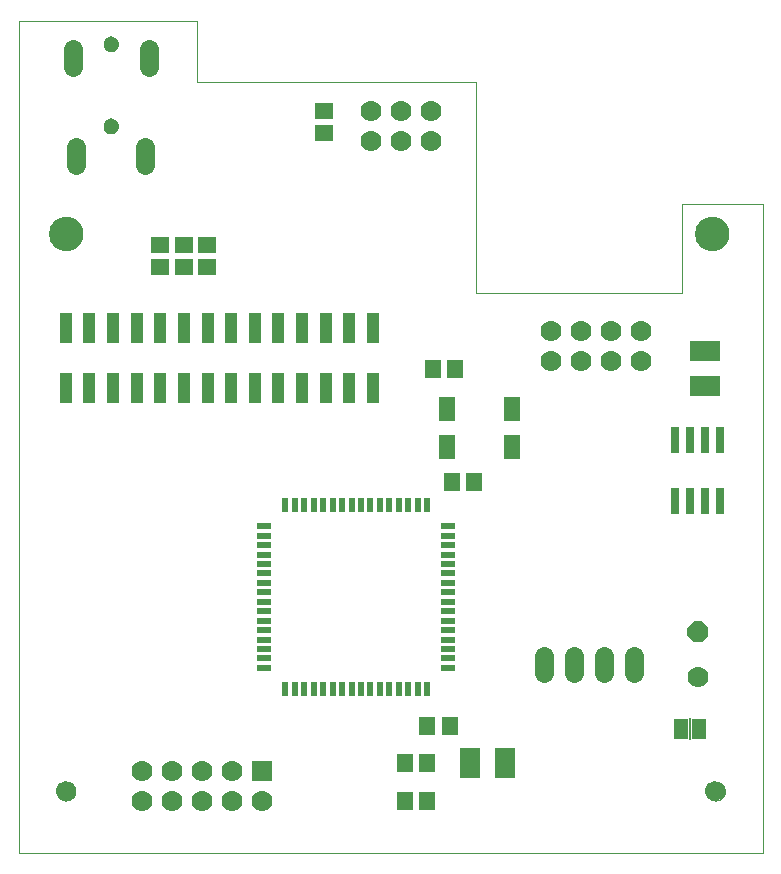
<source format=gts>
G75*
%MOIN*%
%OFA0B0*%
%FSLAX25Y25*%
%IPPOS*%
%LPD*%
%AMOC8*
5,1,8,0,0,1.08239X$1,22.5*
%
%ADD10C,0.00000*%
%ADD11C,0.06699*%
%ADD12C,0.11424*%
%ADD13R,0.02200X0.05100*%
%ADD14R,0.05100X0.02200*%
%ADD15C,0.07000*%
%ADD16R,0.06699X0.09849*%
%ADD17R,0.05518X0.06306*%
%ADD18R,0.05518X0.07880*%
%ADD19R,0.06306X0.05518*%
%ADD20R,0.03904X0.10400*%
%ADD21OC8,0.07000*%
%ADD22R,0.09849X0.06699*%
%ADD23R,0.07000X0.07000*%
%ADD24R,0.02762X0.09061*%
%ADD25R,0.05000X0.06700*%
%ADD26R,0.00600X0.07200*%
%ADD27C,0.06337*%
%ADD28C,0.05124*%
D10*
X0001000Y0001000D02*
X0001000Y0278402D01*
X0060557Y0278402D01*
X0060557Y0258096D01*
X0153559Y0258096D01*
X0153559Y0187850D01*
X0222270Y0187850D01*
X0222270Y0217250D01*
X0249031Y0217250D01*
X0249031Y0001000D01*
X0001000Y0001000D01*
X0013598Y0021709D02*
X0013600Y0021821D01*
X0013606Y0021932D01*
X0013616Y0022044D01*
X0013630Y0022155D01*
X0013647Y0022265D01*
X0013669Y0022375D01*
X0013695Y0022484D01*
X0013724Y0022592D01*
X0013757Y0022698D01*
X0013794Y0022804D01*
X0013835Y0022908D01*
X0013880Y0023011D01*
X0013928Y0023112D01*
X0013979Y0023211D01*
X0014034Y0023308D01*
X0014093Y0023403D01*
X0014154Y0023497D01*
X0014219Y0023588D01*
X0014288Y0023676D01*
X0014359Y0023762D01*
X0014433Y0023846D01*
X0014511Y0023926D01*
X0014591Y0024004D01*
X0014674Y0024080D01*
X0014759Y0024152D01*
X0014847Y0024221D01*
X0014937Y0024287D01*
X0015030Y0024349D01*
X0015125Y0024409D01*
X0015222Y0024465D01*
X0015320Y0024517D01*
X0015421Y0024566D01*
X0015523Y0024611D01*
X0015627Y0024653D01*
X0015732Y0024691D01*
X0015839Y0024725D01*
X0015946Y0024755D01*
X0016055Y0024782D01*
X0016164Y0024804D01*
X0016275Y0024823D01*
X0016385Y0024838D01*
X0016497Y0024849D01*
X0016608Y0024856D01*
X0016720Y0024859D01*
X0016832Y0024858D01*
X0016944Y0024853D01*
X0017055Y0024844D01*
X0017166Y0024831D01*
X0017277Y0024814D01*
X0017387Y0024794D01*
X0017496Y0024769D01*
X0017604Y0024741D01*
X0017711Y0024708D01*
X0017817Y0024672D01*
X0017921Y0024632D01*
X0018024Y0024589D01*
X0018126Y0024542D01*
X0018225Y0024491D01*
X0018323Y0024437D01*
X0018419Y0024379D01*
X0018513Y0024318D01*
X0018604Y0024254D01*
X0018693Y0024187D01*
X0018780Y0024116D01*
X0018864Y0024042D01*
X0018946Y0023966D01*
X0019024Y0023886D01*
X0019100Y0023804D01*
X0019173Y0023719D01*
X0019243Y0023632D01*
X0019309Y0023542D01*
X0019373Y0023450D01*
X0019433Y0023356D01*
X0019490Y0023260D01*
X0019543Y0023161D01*
X0019593Y0023061D01*
X0019639Y0022960D01*
X0019682Y0022856D01*
X0019721Y0022751D01*
X0019756Y0022645D01*
X0019787Y0022538D01*
X0019815Y0022429D01*
X0019838Y0022320D01*
X0019858Y0022210D01*
X0019874Y0022099D01*
X0019886Y0021988D01*
X0019894Y0021877D01*
X0019898Y0021765D01*
X0019898Y0021653D01*
X0019894Y0021541D01*
X0019886Y0021430D01*
X0019874Y0021319D01*
X0019858Y0021208D01*
X0019838Y0021098D01*
X0019815Y0020989D01*
X0019787Y0020880D01*
X0019756Y0020773D01*
X0019721Y0020667D01*
X0019682Y0020562D01*
X0019639Y0020458D01*
X0019593Y0020357D01*
X0019543Y0020257D01*
X0019490Y0020158D01*
X0019433Y0020062D01*
X0019373Y0019968D01*
X0019309Y0019876D01*
X0019243Y0019786D01*
X0019173Y0019699D01*
X0019100Y0019614D01*
X0019024Y0019532D01*
X0018946Y0019452D01*
X0018864Y0019376D01*
X0018780Y0019302D01*
X0018693Y0019231D01*
X0018604Y0019164D01*
X0018513Y0019100D01*
X0018419Y0019039D01*
X0018323Y0018981D01*
X0018225Y0018927D01*
X0018126Y0018876D01*
X0018024Y0018829D01*
X0017921Y0018786D01*
X0017817Y0018746D01*
X0017711Y0018710D01*
X0017604Y0018677D01*
X0017496Y0018649D01*
X0017387Y0018624D01*
X0017277Y0018604D01*
X0017166Y0018587D01*
X0017055Y0018574D01*
X0016944Y0018565D01*
X0016832Y0018560D01*
X0016720Y0018559D01*
X0016608Y0018562D01*
X0016497Y0018569D01*
X0016385Y0018580D01*
X0016275Y0018595D01*
X0016164Y0018614D01*
X0016055Y0018636D01*
X0015946Y0018663D01*
X0015839Y0018693D01*
X0015732Y0018727D01*
X0015627Y0018765D01*
X0015523Y0018807D01*
X0015421Y0018852D01*
X0015320Y0018901D01*
X0015222Y0018953D01*
X0015125Y0019009D01*
X0015030Y0019069D01*
X0014937Y0019131D01*
X0014847Y0019197D01*
X0014759Y0019266D01*
X0014674Y0019338D01*
X0014591Y0019414D01*
X0014511Y0019492D01*
X0014433Y0019572D01*
X0014359Y0019656D01*
X0014288Y0019742D01*
X0014219Y0019830D01*
X0014154Y0019921D01*
X0014093Y0020015D01*
X0014034Y0020110D01*
X0013979Y0020207D01*
X0013928Y0020306D01*
X0013880Y0020407D01*
X0013835Y0020510D01*
X0013794Y0020614D01*
X0013757Y0020720D01*
X0013724Y0020826D01*
X0013695Y0020934D01*
X0013669Y0021043D01*
X0013647Y0021153D01*
X0013630Y0021263D01*
X0013616Y0021374D01*
X0013606Y0021486D01*
X0013600Y0021597D01*
X0013598Y0021709D01*
X0011236Y0207535D02*
X0011238Y0207683D01*
X0011244Y0207831D01*
X0011254Y0207979D01*
X0011268Y0208126D01*
X0011286Y0208273D01*
X0011307Y0208419D01*
X0011333Y0208565D01*
X0011363Y0208710D01*
X0011396Y0208854D01*
X0011434Y0208997D01*
X0011475Y0209139D01*
X0011520Y0209280D01*
X0011568Y0209420D01*
X0011621Y0209559D01*
X0011677Y0209696D01*
X0011737Y0209831D01*
X0011800Y0209965D01*
X0011867Y0210097D01*
X0011938Y0210227D01*
X0012012Y0210355D01*
X0012089Y0210481D01*
X0012170Y0210605D01*
X0012254Y0210727D01*
X0012341Y0210846D01*
X0012432Y0210963D01*
X0012526Y0211078D01*
X0012622Y0211190D01*
X0012722Y0211300D01*
X0012824Y0211406D01*
X0012930Y0211510D01*
X0013038Y0211611D01*
X0013149Y0211709D01*
X0013262Y0211805D01*
X0013378Y0211897D01*
X0013496Y0211986D01*
X0013617Y0212071D01*
X0013740Y0212154D01*
X0013865Y0212233D01*
X0013992Y0212309D01*
X0014121Y0212381D01*
X0014252Y0212450D01*
X0014385Y0212515D01*
X0014520Y0212576D01*
X0014656Y0212634D01*
X0014793Y0212689D01*
X0014932Y0212739D01*
X0015073Y0212786D01*
X0015214Y0212829D01*
X0015357Y0212869D01*
X0015501Y0212904D01*
X0015645Y0212936D01*
X0015791Y0212963D01*
X0015937Y0212987D01*
X0016084Y0213007D01*
X0016231Y0213023D01*
X0016378Y0213035D01*
X0016526Y0213043D01*
X0016674Y0213047D01*
X0016822Y0213047D01*
X0016970Y0213043D01*
X0017118Y0213035D01*
X0017265Y0213023D01*
X0017412Y0213007D01*
X0017559Y0212987D01*
X0017705Y0212963D01*
X0017851Y0212936D01*
X0017995Y0212904D01*
X0018139Y0212869D01*
X0018282Y0212829D01*
X0018423Y0212786D01*
X0018564Y0212739D01*
X0018703Y0212689D01*
X0018840Y0212634D01*
X0018976Y0212576D01*
X0019111Y0212515D01*
X0019244Y0212450D01*
X0019375Y0212381D01*
X0019504Y0212309D01*
X0019631Y0212233D01*
X0019756Y0212154D01*
X0019879Y0212071D01*
X0020000Y0211986D01*
X0020118Y0211897D01*
X0020234Y0211805D01*
X0020347Y0211709D01*
X0020458Y0211611D01*
X0020566Y0211510D01*
X0020672Y0211406D01*
X0020774Y0211300D01*
X0020874Y0211190D01*
X0020970Y0211078D01*
X0021064Y0210963D01*
X0021155Y0210846D01*
X0021242Y0210727D01*
X0021326Y0210605D01*
X0021407Y0210481D01*
X0021484Y0210355D01*
X0021558Y0210227D01*
X0021629Y0210097D01*
X0021696Y0209965D01*
X0021759Y0209831D01*
X0021819Y0209696D01*
X0021875Y0209559D01*
X0021928Y0209420D01*
X0021976Y0209280D01*
X0022021Y0209139D01*
X0022062Y0208997D01*
X0022100Y0208854D01*
X0022133Y0208710D01*
X0022163Y0208565D01*
X0022189Y0208419D01*
X0022210Y0208273D01*
X0022228Y0208126D01*
X0022242Y0207979D01*
X0022252Y0207831D01*
X0022258Y0207683D01*
X0022260Y0207535D01*
X0022258Y0207387D01*
X0022252Y0207239D01*
X0022242Y0207091D01*
X0022228Y0206944D01*
X0022210Y0206797D01*
X0022189Y0206651D01*
X0022163Y0206505D01*
X0022133Y0206360D01*
X0022100Y0206216D01*
X0022062Y0206073D01*
X0022021Y0205931D01*
X0021976Y0205790D01*
X0021928Y0205650D01*
X0021875Y0205511D01*
X0021819Y0205374D01*
X0021759Y0205239D01*
X0021696Y0205105D01*
X0021629Y0204973D01*
X0021558Y0204843D01*
X0021484Y0204715D01*
X0021407Y0204589D01*
X0021326Y0204465D01*
X0021242Y0204343D01*
X0021155Y0204224D01*
X0021064Y0204107D01*
X0020970Y0203992D01*
X0020874Y0203880D01*
X0020774Y0203770D01*
X0020672Y0203664D01*
X0020566Y0203560D01*
X0020458Y0203459D01*
X0020347Y0203361D01*
X0020234Y0203265D01*
X0020118Y0203173D01*
X0020000Y0203084D01*
X0019879Y0202999D01*
X0019756Y0202916D01*
X0019631Y0202837D01*
X0019504Y0202761D01*
X0019375Y0202689D01*
X0019244Y0202620D01*
X0019111Y0202555D01*
X0018976Y0202494D01*
X0018840Y0202436D01*
X0018703Y0202381D01*
X0018564Y0202331D01*
X0018423Y0202284D01*
X0018282Y0202241D01*
X0018139Y0202201D01*
X0017995Y0202166D01*
X0017851Y0202134D01*
X0017705Y0202107D01*
X0017559Y0202083D01*
X0017412Y0202063D01*
X0017265Y0202047D01*
X0017118Y0202035D01*
X0016970Y0202027D01*
X0016822Y0202023D01*
X0016674Y0202023D01*
X0016526Y0202027D01*
X0016378Y0202035D01*
X0016231Y0202047D01*
X0016084Y0202063D01*
X0015937Y0202083D01*
X0015791Y0202107D01*
X0015645Y0202134D01*
X0015501Y0202166D01*
X0015357Y0202201D01*
X0015214Y0202241D01*
X0015073Y0202284D01*
X0014932Y0202331D01*
X0014793Y0202381D01*
X0014656Y0202436D01*
X0014520Y0202494D01*
X0014385Y0202555D01*
X0014252Y0202620D01*
X0014121Y0202689D01*
X0013992Y0202761D01*
X0013865Y0202837D01*
X0013740Y0202916D01*
X0013617Y0202999D01*
X0013496Y0203084D01*
X0013378Y0203173D01*
X0013262Y0203265D01*
X0013149Y0203361D01*
X0013038Y0203459D01*
X0012930Y0203560D01*
X0012824Y0203664D01*
X0012722Y0203770D01*
X0012622Y0203880D01*
X0012526Y0203992D01*
X0012432Y0204107D01*
X0012341Y0204224D01*
X0012254Y0204343D01*
X0012170Y0204465D01*
X0012089Y0204589D01*
X0012012Y0204715D01*
X0011938Y0204843D01*
X0011867Y0204973D01*
X0011800Y0205105D01*
X0011737Y0205239D01*
X0011677Y0205374D01*
X0011621Y0205511D01*
X0011568Y0205650D01*
X0011520Y0205790D01*
X0011475Y0205931D01*
X0011434Y0206073D01*
X0011396Y0206216D01*
X0011363Y0206360D01*
X0011333Y0206505D01*
X0011307Y0206651D01*
X0011286Y0206797D01*
X0011268Y0206944D01*
X0011254Y0207091D01*
X0011244Y0207239D01*
X0011238Y0207387D01*
X0011236Y0207535D01*
X0029347Y0243283D02*
X0029349Y0243380D01*
X0029355Y0243477D01*
X0029365Y0243573D01*
X0029379Y0243669D01*
X0029397Y0243765D01*
X0029418Y0243859D01*
X0029444Y0243953D01*
X0029473Y0244045D01*
X0029507Y0244136D01*
X0029543Y0244226D01*
X0029584Y0244314D01*
X0029628Y0244400D01*
X0029676Y0244485D01*
X0029727Y0244567D01*
X0029781Y0244648D01*
X0029839Y0244726D01*
X0029900Y0244801D01*
X0029963Y0244874D01*
X0030030Y0244945D01*
X0030100Y0245012D01*
X0030172Y0245077D01*
X0030247Y0245138D01*
X0030325Y0245197D01*
X0030404Y0245252D01*
X0030486Y0245304D01*
X0030570Y0245352D01*
X0030656Y0245397D01*
X0030744Y0245439D01*
X0030833Y0245477D01*
X0030924Y0245511D01*
X0031016Y0245541D01*
X0031109Y0245568D01*
X0031204Y0245590D01*
X0031299Y0245609D01*
X0031395Y0245624D01*
X0031491Y0245635D01*
X0031588Y0245642D01*
X0031685Y0245645D01*
X0031782Y0245644D01*
X0031879Y0245639D01*
X0031975Y0245630D01*
X0032071Y0245617D01*
X0032167Y0245600D01*
X0032262Y0245579D01*
X0032355Y0245555D01*
X0032448Y0245526D01*
X0032540Y0245494D01*
X0032630Y0245458D01*
X0032718Y0245419D01*
X0032805Y0245375D01*
X0032890Y0245329D01*
X0032973Y0245278D01*
X0033054Y0245225D01*
X0033132Y0245168D01*
X0033209Y0245108D01*
X0033282Y0245045D01*
X0033353Y0244979D01*
X0033421Y0244910D01*
X0033487Y0244838D01*
X0033549Y0244764D01*
X0033608Y0244687D01*
X0033664Y0244608D01*
X0033717Y0244526D01*
X0033767Y0244443D01*
X0033812Y0244357D01*
X0033855Y0244270D01*
X0033894Y0244181D01*
X0033929Y0244091D01*
X0033960Y0243999D01*
X0033987Y0243906D01*
X0034011Y0243812D01*
X0034031Y0243717D01*
X0034047Y0243621D01*
X0034059Y0243525D01*
X0034067Y0243428D01*
X0034071Y0243331D01*
X0034071Y0243235D01*
X0034067Y0243138D01*
X0034059Y0243041D01*
X0034047Y0242945D01*
X0034031Y0242849D01*
X0034011Y0242754D01*
X0033987Y0242660D01*
X0033960Y0242567D01*
X0033929Y0242475D01*
X0033894Y0242385D01*
X0033855Y0242296D01*
X0033812Y0242209D01*
X0033767Y0242123D01*
X0033717Y0242040D01*
X0033664Y0241958D01*
X0033608Y0241879D01*
X0033549Y0241802D01*
X0033487Y0241728D01*
X0033421Y0241656D01*
X0033353Y0241587D01*
X0033282Y0241521D01*
X0033209Y0241458D01*
X0033132Y0241398D01*
X0033054Y0241341D01*
X0032973Y0241288D01*
X0032890Y0241237D01*
X0032805Y0241191D01*
X0032718Y0241147D01*
X0032630Y0241108D01*
X0032540Y0241072D01*
X0032448Y0241040D01*
X0032355Y0241011D01*
X0032262Y0240987D01*
X0032167Y0240966D01*
X0032071Y0240949D01*
X0031975Y0240936D01*
X0031879Y0240927D01*
X0031782Y0240922D01*
X0031685Y0240921D01*
X0031588Y0240924D01*
X0031491Y0240931D01*
X0031395Y0240942D01*
X0031299Y0240957D01*
X0031204Y0240976D01*
X0031109Y0240998D01*
X0031016Y0241025D01*
X0030924Y0241055D01*
X0030833Y0241089D01*
X0030744Y0241127D01*
X0030656Y0241169D01*
X0030570Y0241214D01*
X0030486Y0241262D01*
X0030404Y0241314D01*
X0030325Y0241369D01*
X0030247Y0241428D01*
X0030172Y0241489D01*
X0030100Y0241554D01*
X0030030Y0241621D01*
X0029963Y0241692D01*
X0029900Y0241765D01*
X0029839Y0241840D01*
X0029781Y0241918D01*
X0029727Y0241999D01*
X0029676Y0242081D01*
X0029628Y0242166D01*
X0029584Y0242252D01*
X0029543Y0242340D01*
X0029507Y0242430D01*
X0029473Y0242521D01*
X0029444Y0242613D01*
X0029418Y0242707D01*
X0029397Y0242801D01*
X0029379Y0242897D01*
X0029365Y0242993D01*
X0029355Y0243089D01*
X0029349Y0243186D01*
X0029347Y0243283D01*
X0029347Y0270685D02*
X0029349Y0270782D01*
X0029355Y0270879D01*
X0029365Y0270975D01*
X0029379Y0271071D01*
X0029397Y0271167D01*
X0029418Y0271261D01*
X0029444Y0271355D01*
X0029473Y0271447D01*
X0029507Y0271538D01*
X0029543Y0271628D01*
X0029584Y0271716D01*
X0029628Y0271802D01*
X0029676Y0271887D01*
X0029727Y0271969D01*
X0029781Y0272050D01*
X0029839Y0272128D01*
X0029900Y0272203D01*
X0029963Y0272276D01*
X0030030Y0272347D01*
X0030100Y0272414D01*
X0030172Y0272479D01*
X0030247Y0272540D01*
X0030325Y0272599D01*
X0030404Y0272654D01*
X0030486Y0272706D01*
X0030570Y0272754D01*
X0030656Y0272799D01*
X0030744Y0272841D01*
X0030833Y0272879D01*
X0030924Y0272913D01*
X0031016Y0272943D01*
X0031109Y0272970D01*
X0031204Y0272992D01*
X0031299Y0273011D01*
X0031395Y0273026D01*
X0031491Y0273037D01*
X0031588Y0273044D01*
X0031685Y0273047D01*
X0031782Y0273046D01*
X0031879Y0273041D01*
X0031975Y0273032D01*
X0032071Y0273019D01*
X0032167Y0273002D01*
X0032262Y0272981D01*
X0032355Y0272957D01*
X0032448Y0272928D01*
X0032540Y0272896D01*
X0032630Y0272860D01*
X0032718Y0272821D01*
X0032805Y0272777D01*
X0032890Y0272731D01*
X0032973Y0272680D01*
X0033054Y0272627D01*
X0033132Y0272570D01*
X0033209Y0272510D01*
X0033282Y0272447D01*
X0033353Y0272381D01*
X0033421Y0272312D01*
X0033487Y0272240D01*
X0033549Y0272166D01*
X0033608Y0272089D01*
X0033664Y0272010D01*
X0033717Y0271928D01*
X0033767Y0271845D01*
X0033812Y0271759D01*
X0033855Y0271672D01*
X0033894Y0271583D01*
X0033929Y0271493D01*
X0033960Y0271401D01*
X0033987Y0271308D01*
X0034011Y0271214D01*
X0034031Y0271119D01*
X0034047Y0271023D01*
X0034059Y0270927D01*
X0034067Y0270830D01*
X0034071Y0270733D01*
X0034071Y0270637D01*
X0034067Y0270540D01*
X0034059Y0270443D01*
X0034047Y0270347D01*
X0034031Y0270251D01*
X0034011Y0270156D01*
X0033987Y0270062D01*
X0033960Y0269969D01*
X0033929Y0269877D01*
X0033894Y0269787D01*
X0033855Y0269698D01*
X0033812Y0269611D01*
X0033767Y0269525D01*
X0033717Y0269442D01*
X0033664Y0269360D01*
X0033608Y0269281D01*
X0033549Y0269204D01*
X0033487Y0269130D01*
X0033421Y0269058D01*
X0033353Y0268989D01*
X0033282Y0268923D01*
X0033209Y0268860D01*
X0033132Y0268800D01*
X0033054Y0268743D01*
X0032973Y0268690D01*
X0032890Y0268639D01*
X0032805Y0268593D01*
X0032718Y0268549D01*
X0032630Y0268510D01*
X0032540Y0268474D01*
X0032448Y0268442D01*
X0032355Y0268413D01*
X0032262Y0268389D01*
X0032167Y0268368D01*
X0032071Y0268351D01*
X0031975Y0268338D01*
X0031879Y0268329D01*
X0031782Y0268324D01*
X0031685Y0268323D01*
X0031588Y0268326D01*
X0031491Y0268333D01*
X0031395Y0268344D01*
X0031299Y0268359D01*
X0031204Y0268378D01*
X0031109Y0268400D01*
X0031016Y0268427D01*
X0030924Y0268457D01*
X0030833Y0268491D01*
X0030744Y0268529D01*
X0030656Y0268571D01*
X0030570Y0268616D01*
X0030486Y0268664D01*
X0030404Y0268716D01*
X0030325Y0268771D01*
X0030247Y0268830D01*
X0030172Y0268891D01*
X0030100Y0268956D01*
X0030030Y0269023D01*
X0029963Y0269094D01*
X0029900Y0269167D01*
X0029839Y0269242D01*
X0029781Y0269320D01*
X0029727Y0269401D01*
X0029676Y0269483D01*
X0029628Y0269568D01*
X0029584Y0269654D01*
X0029543Y0269742D01*
X0029507Y0269832D01*
X0029473Y0269923D01*
X0029444Y0270015D01*
X0029418Y0270109D01*
X0029397Y0270203D01*
X0029379Y0270299D01*
X0029365Y0270395D01*
X0029355Y0270491D01*
X0029349Y0270588D01*
X0029347Y0270685D01*
X0226590Y0207535D02*
X0226592Y0207683D01*
X0226598Y0207831D01*
X0226608Y0207979D01*
X0226622Y0208126D01*
X0226640Y0208273D01*
X0226661Y0208419D01*
X0226687Y0208565D01*
X0226717Y0208710D01*
X0226750Y0208854D01*
X0226788Y0208997D01*
X0226829Y0209139D01*
X0226874Y0209280D01*
X0226922Y0209420D01*
X0226975Y0209559D01*
X0227031Y0209696D01*
X0227091Y0209831D01*
X0227154Y0209965D01*
X0227221Y0210097D01*
X0227292Y0210227D01*
X0227366Y0210355D01*
X0227443Y0210481D01*
X0227524Y0210605D01*
X0227608Y0210727D01*
X0227695Y0210846D01*
X0227786Y0210963D01*
X0227880Y0211078D01*
X0227976Y0211190D01*
X0228076Y0211300D01*
X0228178Y0211406D01*
X0228284Y0211510D01*
X0228392Y0211611D01*
X0228503Y0211709D01*
X0228616Y0211805D01*
X0228732Y0211897D01*
X0228850Y0211986D01*
X0228971Y0212071D01*
X0229094Y0212154D01*
X0229219Y0212233D01*
X0229346Y0212309D01*
X0229475Y0212381D01*
X0229606Y0212450D01*
X0229739Y0212515D01*
X0229874Y0212576D01*
X0230010Y0212634D01*
X0230147Y0212689D01*
X0230286Y0212739D01*
X0230427Y0212786D01*
X0230568Y0212829D01*
X0230711Y0212869D01*
X0230855Y0212904D01*
X0230999Y0212936D01*
X0231145Y0212963D01*
X0231291Y0212987D01*
X0231438Y0213007D01*
X0231585Y0213023D01*
X0231732Y0213035D01*
X0231880Y0213043D01*
X0232028Y0213047D01*
X0232176Y0213047D01*
X0232324Y0213043D01*
X0232472Y0213035D01*
X0232619Y0213023D01*
X0232766Y0213007D01*
X0232913Y0212987D01*
X0233059Y0212963D01*
X0233205Y0212936D01*
X0233349Y0212904D01*
X0233493Y0212869D01*
X0233636Y0212829D01*
X0233777Y0212786D01*
X0233918Y0212739D01*
X0234057Y0212689D01*
X0234194Y0212634D01*
X0234330Y0212576D01*
X0234465Y0212515D01*
X0234598Y0212450D01*
X0234729Y0212381D01*
X0234858Y0212309D01*
X0234985Y0212233D01*
X0235110Y0212154D01*
X0235233Y0212071D01*
X0235354Y0211986D01*
X0235472Y0211897D01*
X0235588Y0211805D01*
X0235701Y0211709D01*
X0235812Y0211611D01*
X0235920Y0211510D01*
X0236026Y0211406D01*
X0236128Y0211300D01*
X0236228Y0211190D01*
X0236324Y0211078D01*
X0236418Y0210963D01*
X0236509Y0210846D01*
X0236596Y0210727D01*
X0236680Y0210605D01*
X0236761Y0210481D01*
X0236838Y0210355D01*
X0236912Y0210227D01*
X0236983Y0210097D01*
X0237050Y0209965D01*
X0237113Y0209831D01*
X0237173Y0209696D01*
X0237229Y0209559D01*
X0237282Y0209420D01*
X0237330Y0209280D01*
X0237375Y0209139D01*
X0237416Y0208997D01*
X0237454Y0208854D01*
X0237487Y0208710D01*
X0237517Y0208565D01*
X0237543Y0208419D01*
X0237564Y0208273D01*
X0237582Y0208126D01*
X0237596Y0207979D01*
X0237606Y0207831D01*
X0237612Y0207683D01*
X0237614Y0207535D01*
X0237612Y0207387D01*
X0237606Y0207239D01*
X0237596Y0207091D01*
X0237582Y0206944D01*
X0237564Y0206797D01*
X0237543Y0206651D01*
X0237517Y0206505D01*
X0237487Y0206360D01*
X0237454Y0206216D01*
X0237416Y0206073D01*
X0237375Y0205931D01*
X0237330Y0205790D01*
X0237282Y0205650D01*
X0237229Y0205511D01*
X0237173Y0205374D01*
X0237113Y0205239D01*
X0237050Y0205105D01*
X0236983Y0204973D01*
X0236912Y0204843D01*
X0236838Y0204715D01*
X0236761Y0204589D01*
X0236680Y0204465D01*
X0236596Y0204343D01*
X0236509Y0204224D01*
X0236418Y0204107D01*
X0236324Y0203992D01*
X0236228Y0203880D01*
X0236128Y0203770D01*
X0236026Y0203664D01*
X0235920Y0203560D01*
X0235812Y0203459D01*
X0235701Y0203361D01*
X0235588Y0203265D01*
X0235472Y0203173D01*
X0235354Y0203084D01*
X0235233Y0202999D01*
X0235110Y0202916D01*
X0234985Y0202837D01*
X0234858Y0202761D01*
X0234729Y0202689D01*
X0234598Y0202620D01*
X0234465Y0202555D01*
X0234330Y0202494D01*
X0234194Y0202436D01*
X0234057Y0202381D01*
X0233918Y0202331D01*
X0233777Y0202284D01*
X0233636Y0202241D01*
X0233493Y0202201D01*
X0233349Y0202166D01*
X0233205Y0202134D01*
X0233059Y0202107D01*
X0232913Y0202083D01*
X0232766Y0202063D01*
X0232619Y0202047D01*
X0232472Y0202035D01*
X0232324Y0202027D01*
X0232176Y0202023D01*
X0232028Y0202023D01*
X0231880Y0202027D01*
X0231732Y0202035D01*
X0231585Y0202047D01*
X0231438Y0202063D01*
X0231291Y0202083D01*
X0231145Y0202107D01*
X0230999Y0202134D01*
X0230855Y0202166D01*
X0230711Y0202201D01*
X0230568Y0202241D01*
X0230427Y0202284D01*
X0230286Y0202331D01*
X0230147Y0202381D01*
X0230010Y0202436D01*
X0229874Y0202494D01*
X0229739Y0202555D01*
X0229606Y0202620D01*
X0229475Y0202689D01*
X0229346Y0202761D01*
X0229219Y0202837D01*
X0229094Y0202916D01*
X0228971Y0202999D01*
X0228850Y0203084D01*
X0228732Y0203173D01*
X0228616Y0203265D01*
X0228503Y0203361D01*
X0228392Y0203459D01*
X0228284Y0203560D01*
X0228178Y0203664D01*
X0228076Y0203770D01*
X0227976Y0203880D01*
X0227880Y0203992D01*
X0227786Y0204107D01*
X0227695Y0204224D01*
X0227608Y0204343D01*
X0227524Y0204465D01*
X0227443Y0204589D01*
X0227366Y0204715D01*
X0227292Y0204843D01*
X0227221Y0204973D01*
X0227154Y0205105D01*
X0227091Y0205239D01*
X0227031Y0205374D01*
X0226975Y0205511D01*
X0226922Y0205650D01*
X0226874Y0205790D01*
X0226829Y0205931D01*
X0226788Y0206073D01*
X0226750Y0206216D01*
X0226717Y0206360D01*
X0226687Y0206505D01*
X0226661Y0206651D01*
X0226640Y0206797D01*
X0226622Y0206944D01*
X0226608Y0207091D01*
X0226598Y0207239D01*
X0226592Y0207387D01*
X0226590Y0207535D01*
X0230133Y0021709D02*
X0230135Y0021821D01*
X0230141Y0021932D01*
X0230151Y0022044D01*
X0230165Y0022155D01*
X0230182Y0022265D01*
X0230204Y0022375D01*
X0230230Y0022484D01*
X0230259Y0022592D01*
X0230292Y0022698D01*
X0230329Y0022804D01*
X0230370Y0022908D01*
X0230415Y0023011D01*
X0230463Y0023112D01*
X0230514Y0023211D01*
X0230569Y0023308D01*
X0230628Y0023403D01*
X0230689Y0023497D01*
X0230754Y0023588D01*
X0230823Y0023676D01*
X0230894Y0023762D01*
X0230968Y0023846D01*
X0231046Y0023926D01*
X0231126Y0024004D01*
X0231209Y0024080D01*
X0231294Y0024152D01*
X0231382Y0024221D01*
X0231472Y0024287D01*
X0231565Y0024349D01*
X0231660Y0024409D01*
X0231757Y0024465D01*
X0231855Y0024517D01*
X0231956Y0024566D01*
X0232058Y0024611D01*
X0232162Y0024653D01*
X0232267Y0024691D01*
X0232374Y0024725D01*
X0232481Y0024755D01*
X0232590Y0024782D01*
X0232699Y0024804D01*
X0232810Y0024823D01*
X0232920Y0024838D01*
X0233032Y0024849D01*
X0233143Y0024856D01*
X0233255Y0024859D01*
X0233367Y0024858D01*
X0233479Y0024853D01*
X0233590Y0024844D01*
X0233701Y0024831D01*
X0233812Y0024814D01*
X0233922Y0024794D01*
X0234031Y0024769D01*
X0234139Y0024741D01*
X0234246Y0024708D01*
X0234352Y0024672D01*
X0234456Y0024632D01*
X0234559Y0024589D01*
X0234661Y0024542D01*
X0234760Y0024491D01*
X0234858Y0024437D01*
X0234954Y0024379D01*
X0235048Y0024318D01*
X0235139Y0024254D01*
X0235228Y0024187D01*
X0235315Y0024116D01*
X0235399Y0024042D01*
X0235481Y0023966D01*
X0235559Y0023886D01*
X0235635Y0023804D01*
X0235708Y0023719D01*
X0235778Y0023632D01*
X0235844Y0023542D01*
X0235908Y0023450D01*
X0235968Y0023356D01*
X0236025Y0023260D01*
X0236078Y0023161D01*
X0236128Y0023061D01*
X0236174Y0022960D01*
X0236217Y0022856D01*
X0236256Y0022751D01*
X0236291Y0022645D01*
X0236322Y0022538D01*
X0236350Y0022429D01*
X0236373Y0022320D01*
X0236393Y0022210D01*
X0236409Y0022099D01*
X0236421Y0021988D01*
X0236429Y0021877D01*
X0236433Y0021765D01*
X0236433Y0021653D01*
X0236429Y0021541D01*
X0236421Y0021430D01*
X0236409Y0021319D01*
X0236393Y0021208D01*
X0236373Y0021098D01*
X0236350Y0020989D01*
X0236322Y0020880D01*
X0236291Y0020773D01*
X0236256Y0020667D01*
X0236217Y0020562D01*
X0236174Y0020458D01*
X0236128Y0020357D01*
X0236078Y0020257D01*
X0236025Y0020158D01*
X0235968Y0020062D01*
X0235908Y0019968D01*
X0235844Y0019876D01*
X0235778Y0019786D01*
X0235708Y0019699D01*
X0235635Y0019614D01*
X0235559Y0019532D01*
X0235481Y0019452D01*
X0235399Y0019376D01*
X0235315Y0019302D01*
X0235228Y0019231D01*
X0235139Y0019164D01*
X0235048Y0019100D01*
X0234954Y0019039D01*
X0234858Y0018981D01*
X0234760Y0018927D01*
X0234661Y0018876D01*
X0234559Y0018829D01*
X0234456Y0018786D01*
X0234352Y0018746D01*
X0234246Y0018710D01*
X0234139Y0018677D01*
X0234031Y0018649D01*
X0233922Y0018624D01*
X0233812Y0018604D01*
X0233701Y0018587D01*
X0233590Y0018574D01*
X0233479Y0018565D01*
X0233367Y0018560D01*
X0233255Y0018559D01*
X0233143Y0018562D01*
X0233032Y0018569D01*
X0232920Y0018580D01*
X0232810Y0018595D01*
X0232699Y0018614D01*
X0232590Y0018636D01*
X0232481Y0018663D01*
X0232374Y0018693D01*
X0232267Y0018727D01*
X0232162Y0018765D01*
X0232058Y0018807D01*
X0231956Y0018852D01*
X0231855Y0018901D01*
X0231757Y0018953D01*
X0231660Y0019009D01*
X0231565Y0019069D01*
X0231472Y0019131D01*
X0231382Y0019197D01*
X0231294Y0019266D01*
X0231209Y0019338D01*
X0231126Y0019414D01*
X0231046Y0019492D01*
X0230968Y0019572D01*
X0230894Y0019656D01*
X0230823Y0019742D01*
X0230754Y0019830D01*
X0230689Y0019921D01*
X0230628Y0020015D01*
X0230569Y0020110D01*
X0230514Y0020207D01*
X0230463Y0020306D01*
X0230415Y0020407D01*
X0230370Y0020510D01*
X0230329Y0020614D01*
X0230292Y0020720D01*
X0230259Y0020826D01*
X0230230Y0020934D01*
X0230204Y0021043D01*
X0230182Y0021153D01*
X0230165Y0021263D01*
X0230151Y0021374D01*
X0230141Y0021486D01*
X0230135Y0021597D01*
X0230133Y0021709D01*
D11*
X0233283Y0021709D03*
X0016748Y0021709D03*
D12*
X0016748Y0207535D03*
X0232102Y0207535D03*
D13*
X0137181Y0117083D03*
X0134031Y0117083D03*
X0130882Y0117083D03*
X0127732Y0117083D03*
X0124583Y0117083D03*
X0121433Y0117083D03*
X0118283Y0117083D03*
X0115134Y0117083D03*
X0111984Y0117083D03*
X0108835Y0117083D03*
X0105685Y0117083D03*
X0102535Y0117083D03*
X0099386Y0117083D03*
X0096236Y0117083D03*
X0093087Y0117083D03*
X0089937Y0117083D03*
X0089937Y0055665D03*
X0093087Y0055665D03*
X0096236Y0055665D03*
X0099386Y0055665D03*
X0102535Y0055665D03*
X0105685Y0055665D03*
X0108835Y0055665D03*
X0111984Y0055665D03*
X0115134Y0055665D03*
X0118283Y0055665D03*
X0121433Y0055665D03*
X0124583Y0055665D03*
X0127732Y0055665D03*
X0130882Y0055665D03*
X0134031Y0055665D03*
X0137181Y0055665D03*
D14*
X0144268Y0062752D03*
X0144268Y0065902D03*
X0144268Y0069051D03*
X0144268Y0072201D03*
X0144268Y0075350D03*
X0144268Y0078500D03*
X0144268Y0081650D03*
X0144268Y0084799D03*
X0144268Y0087949D03*
X0144268Y0091098D03*
X0144268Y0094248D03*
X0144268Y0097398D03*
X0144268Y0100547D03*
X0144268Y0103697D03*
X0144268Y0106846D03*
X0144268Y0109996D03*
X0082850Y0109996D03*
X0082850Y0106846D03*
X0082850Y0103697D03*
X0082850Y0100547D03*
X0082850Y0097398D03*
X0082850Y0094248D03*
X0082850Y0091098D03*
X0082850Y0087949D03*
X0082850Y0084799D03*
X0082850Y0081650D03*
X0082850Y0078500D03*
X0082850Y0075350D03*
X0082850Y0072201D03*
X0082850Y0069051D03*
X0082850Y0065902D03*
X0082850Y0062752D03*
D15*
X0072250Y0028500D03*
X0072250Y0018500D03*
X0062250Y0018500D03*
X0062250Y0028500D03*
X0052250Y0028500D03*
X0052250Y0018500D03*
X0042250Y0018500D03*
X0042250Y0028500D03*
X0082250Y0018500D03*
X0178500Y0164937D03*
X0188500Y0164937D03*
X0198500Y0164937D03*
X0208500Y0164937D03*
X0208500Y0174937D03*
X0198500Y0174937D03*
X0188500Y0174937D03*
X0178500Y0174937D03*
X0138500Y0238500D03*
X0138500Y0248500D03*
X0128500Y0248500D03*
X0128500Y0238500D03*
X0118500Y0238500D03*
X0118500Y0248500D03*
X0227535Y0059602D03*
D16*
X0163293Y0031123D03*
X0151482Y0031123D03*
D17*
X0144647Y0043500D03*
X0137166Y0043500D03*
X0137240Y0031000D03*
X0129760Y0031000D03*
X0129760Y0018500D03*
X0137240Y0018500D03*
X0145385Y0124750D03*
X0152865Y0124750D03*
X0146615Y0162250D03*
X0139135Y0162250D03*
D18*
X0143697Y0149110D03*
X0143697Y0136512D03*
X0165311Y0136512D03*
X0165350Y0149110D03*
D19*
X0102890Y0240961D03*
X0102890Y0248441D03*
X0063800Y0203835D03*
X0063800Y0196354D03*
X0056000Y0196354D03*
X0056000Y0203835D03*
X0048175Y0203825D03*
X0048175Y0196344D03*
D20*
X0048244Y0176197D03*
X0040370Y0176197D03*
X0032496Y0176197D03*
X0024622Y0176197D03*
X0016748Y0176197D03*
X0016748Y0156197D03*
X0024622Y0156197D03*
X0032496Y0156197D03*
X0040370Y0156197D03*
X0048244Y0156197D03*
X0056118Y0156197D03*
X0063992Y0156197D03*
X0071866Y0156197D03*
X0079740Y0156197D03*
X0087614Y0156197D03*
X0095488Y0156197D03*
X0103362Y0156197D03*
X0111236Y0156197D03*
X0119110Y0156197D03*
X0119110Y0176197D03*
X0111236Y0176197D03*
X0103362Y0176197D03*
X0095488Y0176197D03*
X0087614Y0176197D03*
X0079740Y0176197D03*
X0071866Y0176197D03*
X0063992Y0176197D03*
X0056118Y0176197D03*
D21*
X0227535Y0074602D03*
D22*
X0229863Y0156620D03*
X0229863Y0168431D03*
D23*
X0082250Y0028500D03*
D24*
X0219750Y0118264D03*
X0224750Y0118264D03*
X0229750Y0118264D03*
X0234750Y0118264D03*
X0234750Y0138736D03*
X0229750Y0138736D03*
X0224750Y0138736D03*
X0219750Y0138736D03*
D25*
X0221750Y0042250D03*
X0227750Y0042250D03*
D26*
X0224750Y0042250D03*
D27*
X0206000Y0060906D02*
X0206000Y0066843D01*
X0196000Y0066843D02*
X0196000Y0060906D01*
X0186000Y0060906D02*
X0186000Y0066843D01*
X0176000Y0066843D02*
X0176000Y0060906D01*
X0043126Y0230472D02*
X0043126Y0236409D01*
X0020291Y0236409D02*
X0020291Y0230472D01*
X0019110Y0263150D02*
X0019110Y0269087D01*
X0044307Y0269087D02*
X0044307Y0263150D01*
D28*
X0031709Y0270685D03*
X0031709Y0243283D03*
M02*

</source>
